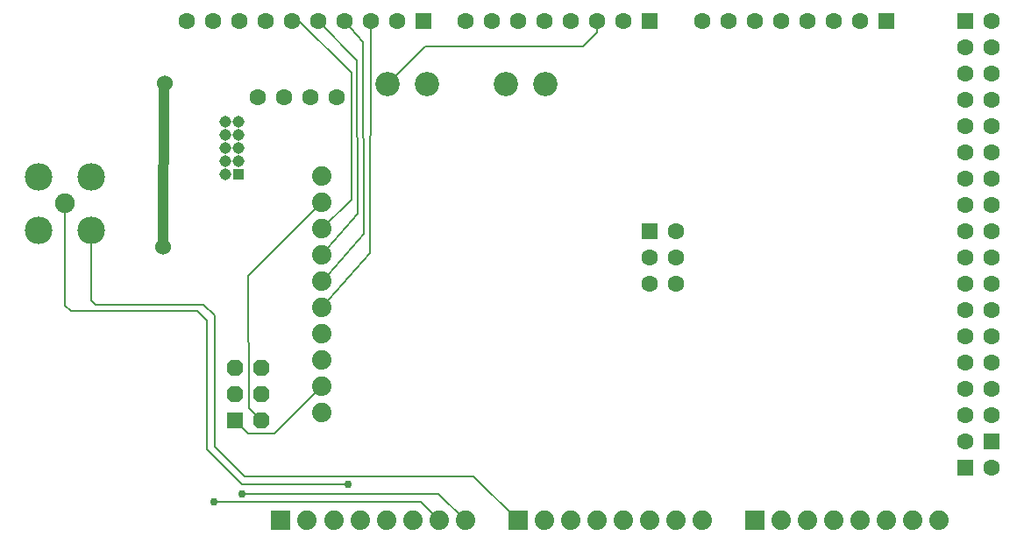
<source format=gbr>
G04 EAGLE Gerber RS-274X export*
G75*
%MOMM*%
%FSLAX34Y34*%
%LPD*%
%INBottom Copper*%
%IPPOS*%
%AMOC8*
5,1,8,0,0,1.08239X$1,22.5*%
G01*
%ADD10R,1.879600X1.879600*%
%ADD11C,1.879600*%
%ADD12R,1.600200X1.600200*%
%ADD13C,1.600200*%
%ADD14C,1.143000*%
%ADD15R,1.108000X1.108000*%
%ADD16P,1.732040X8X22.500000*%
%ADD17C,2.355000*%
%ADD18C,1.905000*%
%ADD19C,2.667000*%
%ADD20C,0.203200*%
%ADD21C,0.756400*%
%ADD22C,1.524000*%
%ADD23C,1.016000*%


D10*
X836930Y251460D03*
D11*
X862330Y251460D03*
X887730Y251460D03*
X913130Y251460D03*
X938530Y251460D03*
X963930Y251460D03*
X989330Y251460D03*
X1014730Y251460D03*
X684530Y251460D03*
X709930Y251460D03*
X735330Y251460D03*
X760730Y251460D03*
X786130Y251460D03*
D10*
X1065530Y251460D03*
D11*
X1090930Y251460D03*
X1116330Y251460D03*
X1141730Y251460D03*
X1167130Y251460D03*
X1192530Y251460D03*
X1217930Y251460D03*
X1243330Y251460D03*
D12*
X1294130Y327660D03*
D13*
X1268730Y327660D03*
X1294130Y353060D03*
X1268730Y353060D03*
X1294130Y378460D03*
X1268730Y378460D03*
X1294130Y403860D03*
X1268730Y403860D03*
X1294130Y429260D03*
X1268730Y429260D03*
X1294130Y454660D03*
X1268730Y454660D03*
X1294130Y480060D03*
X1268730Y480060D03*
X1294130Y505460D03*
X1268730Y505460D03*
X1294130Y530860D03*
X1268730Y530860D03*
X1294130Y556260D03*
X1268730Y556260D03*
X1294130Y581660D03*
X1268730Y581660D03*
X1294130Y607060D03*
X1268730Y607060D03*
X1294130Y632460D03*
X1268730Y632460D03*
X1294130Y657860D03*
X1268730Y657860D03*
X1294130Y683260D03*
X1268730Y683260D03*
X1294130Y708660D03*
X1268730Y708660D03*
D12*
X1192530Y734060D03*
D13*
X1167130Y734060D03*
X1141730Y734060D03*
X1116330Y734060D03*
X1090930Y734060D03*
X1065530Y734060D03*
X1040130Y734060D03*
X1014730Y734060D03*
D12*
X963930Y530860D03*
D13*
X963930Y505460D03*
X963930Y480060D03*
X989330Y530860D03*
X989330Y505460D03*
X989330Y480060D03*
D12*
X1268730Y734060D03*
D13*
X1294130Y734060D03*
D12*
X1268730Y302260D03*
D13*
X1294130Y302260D03*
D12*
X963930Y734060D03*
D13*
X938530Y734060D03*
X913130Y734060D03*
X887730Y734060D03*
X862330Y734060D03*
X836930Y734060D03*
X811530Y734060D03*
X786130Y734060D03*
D12*
X745490Y734060D03*
D13*
X720090Y734060D03*
X694690Y734060D03*
X669290Y734060D03*
X643890Y734060D03*
X618490Y734060D03*
X593090Y734060D03*
X567690Y734060D03*
X542290Y734060D03*
X516890Y734060D03*
D14*
X554393Y636342D03*
X554393Y623642D03*
X567093Y623642D03*
X567093Y636342D03*
X554393Y610942D03*
X567093Y610942D03*
X554393Y598242D03*
X567093Y598242D03*
X554393Y585542D03*
D15*
X567093Y585542D03*
D13*
X661807Y660626D03*
X636407Y660626D03*
X611007Y660626D03*
X585607Y660626D03*
D16*
X564040Y398660D03*
X564040Y373260D03*
D12*
X564040Y347860D03*
D16*
X589440Y398660D03*
X589440Y373260D03*
X589440Y347860D03*
D10*
X608260Y251330D03*
D11*
X633660Y251330D03*
X659130Y251450D03*
D17*
X863600Y673100D03*
X825500Y673100D03*
X749300Y673100D03*
X711200Y673100D03*
D11*
X647700Y355600D03*
X647700Y381000D03*
X647700Y406400D03*
X647700Y431800D03*
X647700Y457200D03*
X647700Y482600D03*
X647700Y508000D03*
X647700Y533400D03*
X647700Y558800D03*
X647700Y584200D03*
D18*
X399288Y557530D03*
D19*
X424787Y532031D03*
X373789Y532031D03*
X373789Y583029D03*
X424787Y583029D03*
D20*
X399288Y557530D02*
X399288Y458609D01*
X527050Y453644D02*
X536956Y444246D01*
X536956Y320290D01*
X570499Y286258D01*
X405384Y453898D02*
X399288Y458609D01*
X405384Y453898D02*
X527050Y453644D01*
X570499Y286258D02*
X673354Y286258D01*
D21*
X673354Y286258D03*
D20*
X760476Y277114D02*
X786130Y251460D01*
X760476Y277114D02*
X570386Y277114D01*
D21*
X570386Y277114D03*
D20*
X747685Y709585D02*
X813141Y709585D01*
X747685Y709585D02*
X711200Y673100D01*
X813141Y709585D02*
X813302Y709746D01*
X899746Y709746D01*
X913130Y723130D01*
X913130Y734060D01*
X743204Y268986D02*
X760730Y251460D01*
X743204Y268986D02*
X543460Y268986D01*
D22*
X496062Y673608D03*
D23*
X495212Y672758D01*
X494792Y515620D01*
D22*
X494792Y515620D03*
D21*
X543460Y268986D03*
D20*
X424787Y463573D02*
X424787Y532031D01*
X794512Y293878D02*
X836930Y251460D01*
X794512Y293878D02*
X572770Y293878D01*
X544068Y322580D01*
X544068Y449834D01*
X429330Y459542D02*
X424787Y463573D01*
X429330Y459542D02*
X533646Y459484D01*
X544068Y449834D01*
X694182Y510032D02*
X694690Y734060D01*
X694182Y510032D02*
X647700Y457200D01*
X647704Y508000D02*
X647700Y508000D01*
X681750Y696200D02*
X643890Y734060D01*
X681750Y696200D02*
X682300Y547948D01*
X682220Y547873D01*
X647704Y508000D01*
X676125Y561571D02*
X676634Y683746D01*
X672060Y687940D02*
X625940Y734060D01*
X618490Y734060D01*
X672060Y687940D02*
X676634Y683746D01*
X676125Y561571D02*
X647700Y533400D01*
X601726Y335026D02*
X576874Y335026D01*
X564040Y347860D01*
X601726Y335026D02*
X647700Y381000D01*
X687808Y714118D02*
X669290Y734060D01*
X687808Y714118D02*
X688348Y528244D01*
X654148Y489048D01*
X647700Y482600D01*
X576830Y487930D02*
X647700Y558800D01*
X576830Y487930D02*
X577342Y360219D01*
X577216Y360084D01*
X589440Y347860D01*
M02*

</source>
